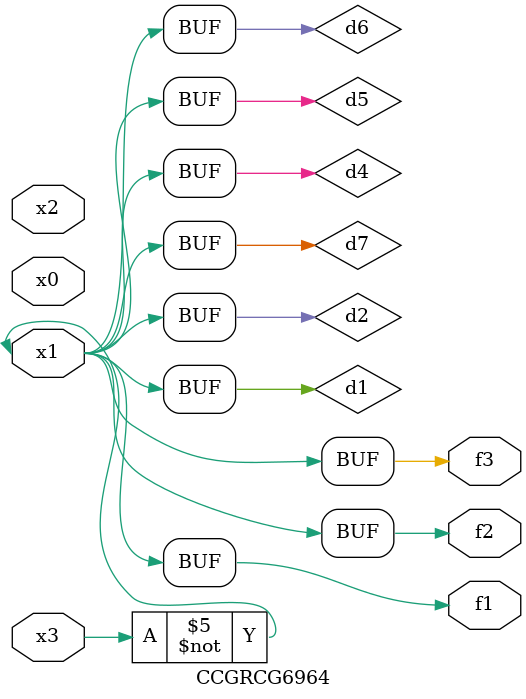
<source format=v>
module CCGRCG6964(
	input x0, x1, x2, x3,
	output f1, f2, f3
);

	wire d1, d2, d3, d4, d5, d6, d7;

	not (d1, x3);
	buf (d2, x1);
	xnor (d3, d1, d2);
	nor (d4, d1);
	buf (d5, d1, d2);
	buf (d6, d4, d5);
	nand (d7, d4);
	assign f1 = d6;
	assign f2 = d7;
	assign f3 = d6;
endmodule

</source>
